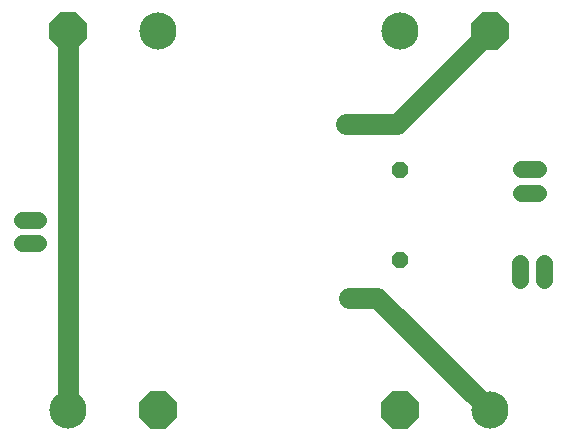
<source format=gbl>
G75*
G70*
%OFA0B0*%
%FSLAX24Y24*%
%IPPOS*%
%LPD*%
%AMOC8*
5,1,8,0,0,1.08239X$1,22.5*
%
%ADD10C,0.0555*%
%ADD11OC8,0.0560*%
%ADD12OC8,0.1240*%
%ADD13C,0.1240*%
%ADD14C,0.0700*%
%ADD15C,0.0436*%
D10*
X001575Y009393D02*
X002130Y009393D01*
X002130Y010180D02*
X001575Y010180D01*
X018230Y011080D02*
X018785Y011080D01*
X018785Y011867D02*
X018230Y011867D01*
X018193Y008735D02*
X018193Y008180D01*
X018980Y008180D02*
X018980Y008735D01*
D11*
X014190Y008850D03*
X014190Y011850D03*
D12*
X017180Y016480D03*
X014180Y003830D03*
X006130Y003830D03*
X003130Y016480D03*
D13*
X003130Y003830D03*
X006130Y016480D03*
X014180Y016480D03*
X017180Y003830D03*
D14*
X013430Y007580D01*
X012480Y007580D01*
X012380Y013380D02*
X014080Y013380D01*
X017180Y016480D01*
X003130Y016480D02*
X003130Y003830D01*
D15*
X012480Y007580D03*
X012380Y013380D03*
M02*

</source>
